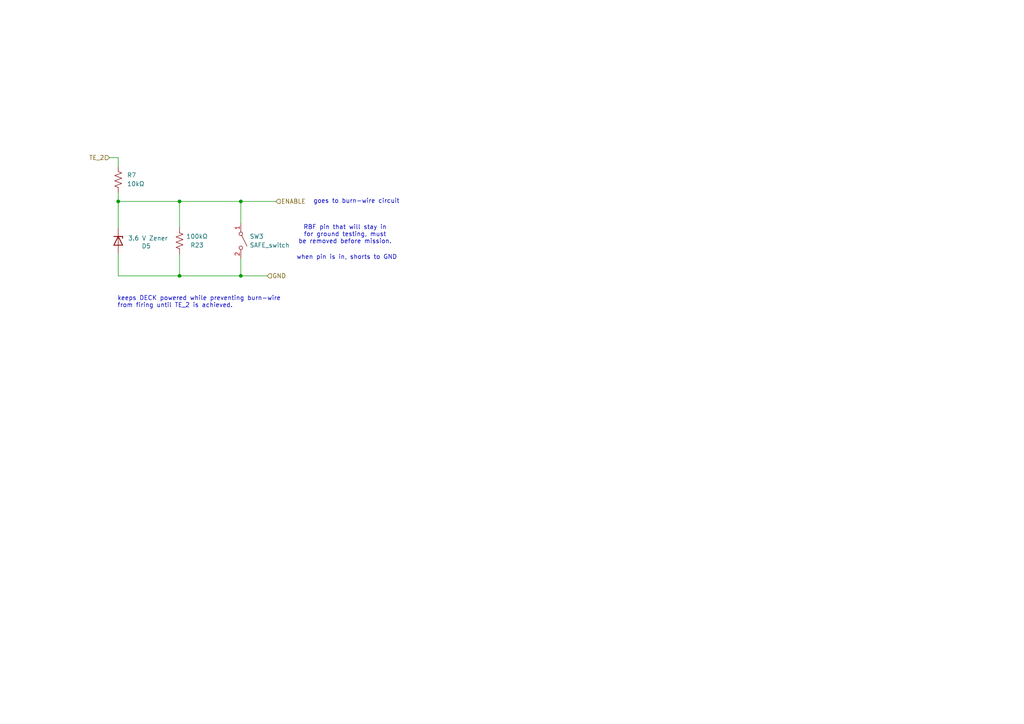
<source format=kicad_sch>
(kicad_sch (version 20250114) (generator "eeschema") (generator_version "9.0")
  (paper "A4")
  (lib_symbols
    (symbol "Device:D_Zener" (pin_numbers (hide yes)) (pin_names (offset 1.016) (hide yes))
      (property "Reference" "D" (at 0 2.54 0))
      (property "Value" "D_Zener" (at 0 -2.54 0))
      (symbol "D_Zener_0_1"
        (polyline (pts (xy -1.27 -1.27) (xy -1.27 1.27) (xy -0.762 1.27)) (stroke (width 0.254)))
        (polyline (pts (xy 1.27 0) (xy -1.27 0)))
        (polyline (pts (xy 1.27 -1.27) (xy 1.27 1.27) (xy -1.27 0) (xy 1.27 -1.27)) (stroke (width 0.254)))
      )
      (symbol "D_Zener_1_1"
        (pin passive line (at -3.81 0 0) (length 2.54) (name "K") (number "1"))
        (pin passive line (at 3.81 0 180) (length 2.54) (name "A") (number "2"))
      )
    )
    (symbol "Device:R_US" (pin_numbers (hide yes)) (pin_names (offset 0))
      (property "Reference" "R" (at 2.54 0 90))
      (property "Value" "R_US" (at -2.54 0 90))
      (symbol "R_US_0_1"
        (polyline (pts (xy 0 2.286) (xy 0 2.54)))
        (polyline (pts (xy 0 2.286) (xy 1.016 1.905) (xy 0 1.524) (xy -1.016 1.143) (xy 0 0.762)))
        (polyline (pts (xy 0 0.762) (xy 1.016 0.381) (xy 0 0) (xy -1.016 -0.381) (xy 0 -0.762)))
        (polyline (pts (xy 0 -0.762) (xy 1.016 -1.143) (xy 0 -1.524) (xy -1.016 -1.905) (xy 0 -2.286)))
        (polyline (pts (xy 0 -2.286) (xy 0 -2.54)))
      )
      (symbol "R_US_1_1"
        (pin passive line (at 0 3.81 270) (length 1.27) (name "~") (number "1"))
        (pin passive line (at 0 -3.81 90) (length 1.27) (name "~") (number "2"))
      )
    )
    (symbol "Switch:SW_SPST" (pin_names (offset 0) (hide yes))
      (property "Reference" "SW" (at 0 3.175 0))
      (property "Value" "SW_SPST" (at 0 -2.54 0))
      (symbol "SW_SPST_0_0"
        (circle (center -2.032 0) (radius 0.508))
        (polyline (pts (xy -1.524 0.254) (xy 1.524 1.778)))
        (circle (center 2.032 0) (radius 0.508))
      )
      (symbol "SW_SPST_1_1"
        (pin passive line (at -5.08 0 0) (length 2.54) (name "A") (number "1"))
        (pin passive line (at 5.08 0 180) (length 2.54) (name "B") (number "2"))
      )
    )
  )
  (text "when pin is in, shorts to GND\n" (at 100.584 74.676 0) (effects (font (size 1.27 1.27))))
  (text "goes to burn-wire circuit\n" (at 103.378 58.42 0) (effects (font (size 1.27 1.27))))
  (text "RBF pin that will stay in\nfor ground testing, must\nbe removed before mission." (at 100.076 68.072 0) (effects (font (size 1.27 1.27))))
  (text "keeps DECK powered while preventing burn-wire \nfrom firing until TE_2 is achieved.\n" (at 34.036 87.63 0) (effects (font (size 1.27 1.27)) (justify left)))
  (junction (at 52.07 80.01))
  (junction (at 34.29 58.42))
  (junction (at 69.85 58.42))
  (junction (at 52.07 58.42))
  (junction (at 69.85 80.01))
  (wire (pts (xy 69.85 74.93) (xy 69.85 80.01)))
  (wire (pts (xy 52.07 58.42) (xy 52.07 66.04)))
  (wire (pts (xy 69.85 80.01) (xy 77.47 80.01)))
  (wire (pts (xy 34.29 80.01) (xy 52.07 80.01)))
  (wire (pts (xy 34.29 58.42) (xy 34.29 66.04)))
  (wire (pts (xy 31.75 45.72) (xy 34.29 45.72)))
  (wire (pts (xy 52.07 80.01) (xy 69.85 80.01)))
  (wire (pts (xy 69.85 58.42) (xy 69.85 64.77)))
  (wire (pts (xy 52.07 73.66) (xy 52.07 80.01)))
  (wire (pts (xy 52.07 58.42) (xy 69.85 58.42)))
  (wire (pts (xy 34.29 45.72) (xy 34.29 48.26)))
  (wire (pts (xy 69.85 58.42) (xy 80.01 58.42)))
  (wire (pts (xy 52.07 58.42) (xy 34.29 58.42)))
  (wire (pts (xy 34.29 55.88) (xy 34.29 58.42)))
  (wire (pts (xy 34.29 73.66) (xy 34.29 80.01)))
  (hierarchical_label "GND" (shape input) (at 77.47 80.01 0))
  (hierarchical_label "TE_2" (shape input) (at 31.75 45.72 180))
  (hierarchical_label "ENABLE" (shape input) (at 80.01 58.42 0))
  (symbol (lib_id "Device:D_Zener") (at 34.29 69.85 270) (unit 1)
    (property "Reference" "D5" (at 42.418 71.374 90))
    (property "Value" "3.6 V Zener" (at 42.926 69.088 90))
    (property "Footprint" "Diode_SMD:D_SOD-123" (effects (hide yes)))
    (property "Description" "Zener diode" (effects (hide yes)))
  )
  (symbol (lib_id "Device:R_US") (at 34.29 52.07 180) (unit 1)
    (property "Reference" "R7" (at 36.83 50.7999 0) (effects (justify right)))
    (property "Value" "10kΩ" (at 36.83 53.3399 0) (effects (justify right)))
    (property "Footprint" "Resistor_SMD:R_0201_0603Metric" (effects (hide yes)))
    (property "Description" "Resistor, US symbol" (effects (hide yes)))
  )
  (symbol (lib_id "Device:R_US") (at 52.07 69.85 0) (unit 1)
    (property "Reference" "R23" (at 57.15 71.12 0))
    (property "Value" "100kΩ" (at 57.15 68.58 0))
    (property "Footprint" "Resistor_SMD:R_0201_0603Metric" (effects (hide yes)))
    (property "Description" "Resistor, US symbol" (effects (hide yes)))
  )
  (symbol (lib_id "Switch:SW_SPST") (at 69.85 69.85 270) (unit 1)
    (property "Reference" "SW3" (at 72.39 68.5799 90) (effects (justify left)))
    (property "Value" "SAFE_switch" (at 72.39 71.1199 90) (effects (justify left)))
    (property "Footprint" "Connector_PinHeader_2.54mm:PinHeader_1x02_P2.54mm_Vertical" (effects (hide yes)))
    (property "Description" "Single Pole Single Throw (SPST) switch" (effects (hide yes)))
  )
)
</source>
